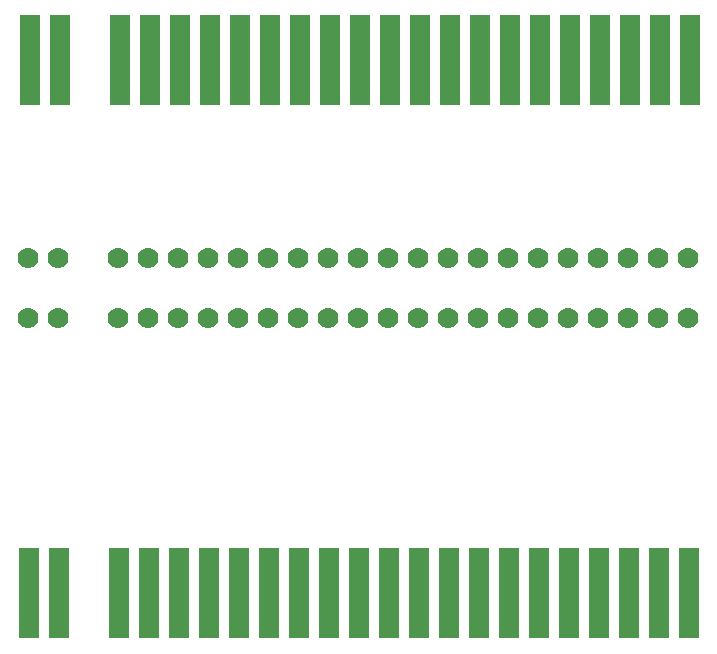
<source format=gbr>
%TF.GenerationSoftware,KiCad,Pcbnew,8.0.1*%
%TF.CreationDate,2024-04-15T14:43:50+02:00*%
%TF.ProjectId,zx81-bus-extender,7a783831-2d62-4757-932d-657874656e64,rev?*%
%TF.SameCoordinates,Original*%
%TF.FileFunction,Soldermask,Bot*%
%TF.FilePolarity,Negative*%
%FSLAX46Y46*%
G04 Gerber Fmt 4.6, Leading zero omitted, Abs format (unit mm)*
G04 Created by KiCad (PCBNEW 8.0.1) date 2024-04-15 14:43:50*
%MOMM*%
%LPD*%
G01*
G04 APERTURE LIST*
%ADD10C,1.778000*%
%ADD11R,1.778000X7.620000*%
G04 APERTURE END LIST*
D10*
%TO.C,J2*%
X83710000Y-107760000D03*
X86250000Y-107760000D03*
X91330000Y-107760000D03*
X93870000Y-107760000D03*
X96410000Y-107760000D03*
X98950000Y-107760000D03*
X101490000Y-107760000D03*
X104030000Y-107760000D03*
X106570000Y-107760000D03*
X109110000Y-107760000D03*
X111650000Y-107760000D03*
X114190000Y-107760000D03*
X116730000Y-107760000D03*
X119270000Y-107760000D03*
X121810000Y-107760000D03*
X124350000Y-107760000D03*
X126890000Y-107760000D03*
X129430000Y-107760000D03*
X131970000Y-107760000D03*
X134510000Y-107760000D03*
X137050000Y-107760000D03*
X139590000Y-107760000D03*
X83710000Y-112840000D03*
X86250000Y-112840000D03*
X91330000Y-112840000D03*
X93870000Y-112840000D03*
X96410000Y-112840000D03*
X98950000Y-112840000D03*
X101490000Y-112840000D03*
X104030000Y-112840000D03*
X106570000Y-112840000D03*
X109110000Y-112840000D03*
X111650000Y-112840000D03*
X114190000Y-112840000D03*
X116730000Y-112840000D03*
X119270000Y-112840000D03*
X121810000Y-112840000D03*
X124350000Y-112840000D03*
X126890000Y-112840000D03*
X129430000Y-112840000D03*
X131970000Y-112840000D03*
X134510000Y-112840000D03*
X137050000Y-112840000D03*
X139590000Y-112840000D03*
%TD*%
D11*
%TO.C,J3*%
X83889982Y-90970000D03*
X86429982Y-90970000D03*
X91509982Y-90970000D03*
X94049982Y-90970000D03*
X96589982Y-90970000D03*
X99129982Y-90970000D03*
X101669982Y-90970000D03*
X104209982Y-90970000D03*
X106749982Y-90970000D03*
X109289982Y-90970000D03*
X111829982Y-90970000D03*
X114369982Y-90970000D03*
X116909982Y-90970000D03*
X119449982Y-90970000D03*
X121989982Y-90970000D03*
X124529982Y-90970000D03*
X127069982Y-90970000D03*
X129609982Y-90970000D03*
X132149982Y-90970000D03*
X134689982Y-90970000D03*
X137229982Y-90970000D03*
X139769982Y-90970000D03*
%TD*%
%TO.C,J1*%
X83869982Y-136140000D03*
X86409982Y-136140000D03*
X91489982Y-136140000D03*
X94029982Y-136140000D03*
X96569982Y-136140000D03*
X99109982Y-136140000D03*
X101649982Y-136140000D03*
X104189982Y-136140000D03*
X106729982Y-136140000D03*
X109269982Y-136140000D03*
X111809982Y-136140000D03*
X114349982Y-136140000D03*
X116889982Y-136140000D03*
X119429982Y-136140000D03*
X121969982Y-136140000D03*
X124509982Y-136140000D03*
X127049982Y-136140000D03*
X129589982Y-136140000D03*
X132129982Y-136140000D03*
X134669982Y-136140000D03*
X137209982Y-136140000D03*
X139749982Y-136140000D03*
%TD*%
M02*

</source>
